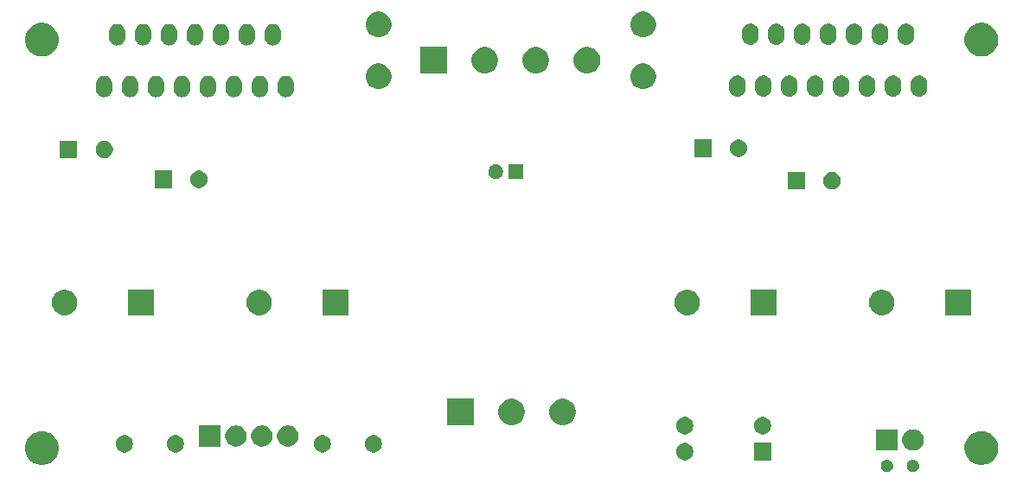
<source format=gbr>
G04 #@! TF.GenerationSoftware,KiCad,Pcbnew,5.1.5+dfsg1-2build2*
G04 #@! TF.CreationDate,2021-11-20T21:58:27+10:30*
G04 #@! TF.ProjectId,tda7293,74646137-3239-4332-9e6b-696361645f70,rev?*
G04 #@! TF.SameCoordinates,Original*
G04 #@! TF.FileFunction,Soldermask,Bot*
G04 #@! TF.FilePolarity,Negative*
%FSLAX46Y46*%
G04 Gerber Fmt 4.6, Leading zero omitted, Abs format (unit mm)*
G04 Created by KiCad (PCBNEW 5.1.5+dfsg1-2build2) date 2021-11-20 21:58:27*
%MOMM*%
%LPD*%
G04 APERTURE LIST*
%ADD10C,0.100000*%
G04 APERTURE END LIST*
D10*
G36*
X114436601Y-70153397D02*
G01*
X114475305Y-70161096D01*
X114507340Y-70174365D01*
X114584680Y-70206400D01*
X114683115Y-70272173D01*
X114766827Y-70355885D01*
X114832600Y-70454320D01*
X114877904Y-70563696D01*
X114901000Y-70679805D01*
X114901000Y-70798195D01*
X114877904Y-70914304D01*
X114832600Y-71023680D01*
X114766827Y-71122115D01*
X114683115Y-71205827D01*
X114584680Y-71271600D01*
X114507340Y-71303635D01*
X114475305Y-71316904D01*
X114436601Y-71324603D01*
X114359195Y-71340000D01*
X114240805Y-71340000D01*
X114163399Y-71324603D01*
X114124695Y-71316904D01*
X114092660Y-71303635D01*
X114015320Y-71271600D01*
X113916885Y-71205827D01*
X113833173Y-71122115D01*
X113767400Y-71023680D01*
X113722096Y-70914304D01*
X113699000Y-70798195D01*
X113699000Y-70679805D01*
X113722096Y-70563696D01*
X113767400Y-70454320D01*
X113833173Y-70355885D01*
X113916885Y-70272173D01*
X114015320Y-70206400D01*
X114092660Y-70174365D01*
X114124695Y-70161096D01*
X114163399Y-70153397D01*
X114240805Y-70138000D01*
X114359195Y-70138000D01*
X114436601Y-70153397D01*
G37*
G36*
X111896601Y-70153397D02*
G01*
X111935305Y-70161096D01*
X111967340Y-70174365D01*
X112044680Y-70206400D01*
X112143115Y-70272173D01*
X112226827Y-70355885D01*
X112292600Y-70454320D01*
X112337904Y-70563696D01*
X112361000Y-70679805D01*
X112361000Y-70798195D01*
X112337904Y-70914304D01*
X112292600Y-71023680D01*
X112226827Y-71122115D01*
X112143115Y-71205827D01*
X112044680Y-71271600D01*
X111967340Y-71303635D01*
X111935305Y-71316904D01*
X111896601Y-71324603D01*
X111819195Y-71340000D01*
X111700805Y-71340000D01*
X111623399Y-71324603D01*
X111584695Y-71316904D01*
X111552660Y-71303635D01*
X111475320Y-71271600D01*
X111376885Y-71205827D01*
X111293173Y-71122115D01*
X111227400Y-71023680D01*
X111182096Y-70914304D01*
X111159000Y-70798195D01*
X111159000Y-70679805D01*
X111182096Y-70563696D01*
X111227400Y-70454320D01*
X111293173Y-70355885D01*
X111376885Y-70272173D01*
X111475320Y-70206400D01*
X111552660Y-70174365D01*
X111584695Y-70161096D01*
X111623399Y-70153397D01*
X111700805Y-70138000D01*
X111819195Y-70138000D01*
X111896601Y-70153397D01*
G37*
G36*
X121333695Y-67383031D02*
G01*
X121481579Y-67412447D01*
X121694037Y-67500450D01*
X121763813Y-67529352D01*
X121782042Y-67536903D01*
X122052451Y-67717585D01*
X122282415Y-67947549D01*
X122463097Y-68217958D01*
X122587553Y-68518421D01*
X122588604Y-68523705D01*
X122651000Y-68837389D01*
X122651000Y-69162611D01*
X122631989Y-69258184D01*
X122587553Y-69481579D01*
X122463097Y-69782042D01*
X122282415Y-70052451D01*
X122052451Y-70282415D01*
X121782042Y-70463097D01*
X121481579Y-70587553D01*
X121375256Y-70608702D01*
X121162611Y-70651000D01*
X120837389Y-70651000D01*
X120624744Y-70608702D01*
X120518421Y-70587553D01*
X120217958Y-70463097D01*
X119947549Y-70282415D01*
X119717585Y-70052451D01*
X119536903Y-69782042D01*
X119412447Y-69481579D01*
X119368011Y-69258184D01*
X119349000Y-69162611D01*
X119349000Y-68837389D01*
X119411396Y-68523705D01*
X119412447Y-68518421D01*
X119536903Y-68217958D01*
X119717585Y-67947549D01*
X119947549Y-67717585D01*
X120217958Y-67536903D01*
X120236188Y-67529352D01*
X120305963Y-67500450D01*
X120518421Y-67412447D01*
X120666305Y-67383031D01*
X120837389Y-67349000D01*
X121162611Y-67349000D01*
X121333695Y-67383031D01*
G37*
G36*
X29333695Y-67383031D02*
G01*
X29481579Y-67412447D01*
X29694037Y-67500450D01*
X29763813Y-67529352D01*
X29782042Y-67536903D01*
X30052451Y-67717585D01*
X30282415Y-67947549D01*
X30463097Y-68217958D01*
X30587553Y-68518421D01*
X30588604Y-68523705D01*
X30651000Y-68837389D01*
X30651000Y-69162611D01*
X30631989Y-69258184D01*
X30587553Y-69481579D01*
X30463097Y-69782042D01*
X30282415Y-70052451D01*
X30052451Y-70282415D01*
X29782042Y-70463097D01*
X29481579Y-70587553D01*
X29375256Y-70608702D01*
X29162611Y-70651000D01*
X28837389Y-70651000D01*
X28624744Y-70608702D01*
X28518421Y-70587553D01*
X28217958Y-70463097D01*
X27947549Y-70282415D01*
X27717585Y-70052451D01*
X27536903Y-69782042D01*
X27412447Y-69481579D01*
X27368011Y-69258184D01*
X27349000Y-69162611D01*
X27349000Y-68837389D01*
X27411396Y-68523705D01*
X27412447Y-68518421D01*
X27536903Y-68217958D01*
X27717585Y-67947549D01*
X27947549Y-67717585D01*
X28217958Y-67536903D01*
X28236188Y-67529352D01*
X28305963Y-67500450D01*
X28518421Y-67412447D01*
X28666305Y-67383031D01*
X28837389Y-67349000D01*
X29162611Y-67349000D01*
X29333695Y-67383031D01*
G37*
G36*
X100419000Y-70193000D02*
G01*
X98717000Y-70193000D01*
X98717000Y-68491000D01*
X100419000Y-68491000D01*
X100419000Y-70193000D01*
G37*
G36*
X92196228Y-68523703D02*
G01*
X92351100Y-68587853D01*
X92490481Y-68680985D01*
X92609015Y-68799519D01*
X92702147Y-68938900D01*
X92766297Y-69093772D01*
X92799000Y-69258184D01*
X92799000Y-69425816D01*
X92766297Y-69590228D01*
X92702147Y-69745100D01*
X92609015Y-69884481D01*
X92490481Y-70003015D01*
X92351100Y-70096147D01*
X92196228Y-70160297D01*
X92031816Y-70193000D01*
X91864184Y-70193000D01*
X91699772Y-70160297D01*
X91544900Y-70096147D01*
X91405519Y-70003015D01*
X91286985Y-69884481D01*
X91193853Y-69745100D01*
X91129703Y-69590228D01*
X91097000Y-69425816D01*
X91097000Y-69258184D01*
X91129703Y-69093772D01*
X91193853Y-68938900D01*
X91286985Y-68799519D01*
X91405519Y-68680985D01*
X91544900Y-68587853D01*
X91699772Y-68523703D01*
X91864184Y-68491000D01*
X92031816Y-68491000D01*
X92196228Y-68523703D01*
G37*
G36*
X56716228Y-67761703D02*
G01*
X56871100Y-67825853D01*
X57010481Y-67918985D01*
X57129015Y-68037519D01*
X57222147Y-68176900D01*
X57286297Y-68331772D01*
X57319000Y-68496184D01*
X57319000Y-68663816D01*
X57286297Y-68828228D01*
X57222147Y-68983100D01*
X57129015Y-69122481D01*
X57010481Y-69241015D01*
X56871100Y-69334147D01*
X56716228Y-69398297D01*
X56551816Y-69431000D01*
X56384184Y-69431000D01*
X56219772Y-69398297D01*
X56064900Y-69334147D01*
X55925519Y-69241015D01*
X55806985Y-69122481D01*
X55713853Y-68983100D01*
X55649703Y-68828228D01*
X55617000Y-68663816D01*
X55617000Y-68496184D01*
X55649703Y-68331772D01*
X55713853Y-68176900D01*
X55806985Y-68037519D01*
X55925519Y-67918985D01*
X56064900Y-67825853D01*
X56219772Y-67761703D01*
X56384184Y-67729000D01*
X56551816Y-67729000D01*
X56716228Y-67761703D01*
G37*
G36*
X61716228Y-67761703D02*
G01*
X61871100Y-67825853D01*
X62010481Y-67918985D01*
X62129015Y-68037519D01*
X62222147Y-68176900D01*
X62286297Y-68331772D01*
X62319000Y-68496184D01*
X62319000Y-68663816D01*
X62286297Y-68828228D01*
X62222147Y-68983100D01*
X62129015Y-69122481D01*
X62010481Y-69241015D01*
X61871100Y-69334147D01*
X61716228Y-69398297D01*
X61551816Y-69431000D01*
X61384184Y-69431000D01*
X61219772Y-69398297D01*
X61064900Y-69334147D01*
X60925519Y-69241015D01*
X60806985Y-69122481D01*
X60713853Y-68983100D01*
X60649703Y-68828228D01*
X60617000Y-68663816D01*
X60617000Y-68496184D01*
X60649703Y-68331772D01*
X60713853Y-68176900D01*
X60806985Y-68037519D01*
X60925519Y-67918985D01*
X61064900Y-67825853D01*
X61219772Y-67761703D01*
X61384184Y-67729000D01*
X61551816Y-67729000D01*
X61716228Y-67761703D01*
G37*
G36*
X37332228Y-67761703D02*
G01*
X37487100Y-67825853D01*
X37626481Y-67918985D01*
X37745015Y-68037519D01*
X37838147Y-68176900D01*
X37902297Y-68331772D01*
X37935000Y-68496184D01*
X37935000Y-68663816D01*
X37902297Y-68828228D01*
X37838147Y-68983100D01*
X37745015Y-69122481D01*
X37626481Y-69241015D01*
X37487100Y-69334147D01*
X37332228Y-69398297D01*
X37167816Y-69431000D01*
X37000184Y-69431000D01*
X36835772Y-69398297D01*
X36680900Y-69334147D01*
X36541519Y-69241015D01*
X36422985Y-69122481D01*
X36329853Y-68983100D01*
X36265703Y-68828228D01*
X36233000Y-68663816D01*
X36233000Y-68496184D01*
X36265703Y-68331772D01*
X36329853Y-68176900D01*
X36422985Y-68037519D01*
X36541519Y-67918985D01*
X36680900Y-67825853D01*
X36835772Y-67761703D01*
X37000184Y-67729000D01*
X37167816Y-67729000D01*
X37332228Y-67761703D01*
G37*
G36*
X42332228Y-67761703D02*
G01*
X42487100Y-67825853D01*
X42626481Y-67918985D01*
X42745015Y-68037519D01*
X42838147Y-68176900D01*
X42902297Y-68331772D01*
X42935000Y-68496184D01*
X42935000Y-68663816D01*
X42902297Y-68828228D01*
X42838147Y-68983100D01*
X42745015Y-69122481D01*
X42626481Y-69241015D01*
X42487100Y-69334147D01*
X42332228Y-69398297D01*
X42167816Y-69431000D01*
X42000184Y-69431000D01*
X41835772Y-69398297D01*
X41680900Y-69334147D01*
X41541519Y-69241015D01*
X41422985Y-69122481D01*
X41329853Y-68983100D01*
X41265703Y-68828228D01*
X41233000Y-68663816D01*
X41233000Y-68496184D01*
X41265703Y-68331772D01*
X41329853Y-68176900D01*
X41422985Y-68037519D01*
X41541519Y-67918985D01*
X41680900Y-67825853D01*
X41835772Y-67761703D01*
X42000184Y-67729000D01*
X42167816Y-67729000D01*
X42332228Y-67761703D01*
G37*
G36*
X112810490Y-69249490D02*
G01*
X110709510Y-69249490D01*
X110709510Y-67148510D01*
X112810490Y-67148510D01*
X112810490Y-69249490D01*
G37*
G36*
X114606416Y-67188879D02*
G01*
X114797592Y-67268067D01*
X114797594Y-67268068D01*
X114969648Y-67383031D01*
X115115969Y-67529352D01*
X115176737Y-67620297D01*
X115230933Y-67701408D01*
X115310121Y-67892584D01*
X115350490Y-68095534D01*
X115350490Y-68302466D01*
X115310121Y-68505416D01*
X115230933Y-68696592D01*
X115230932Y-68696594D01*
X115115969Y-68868648D01*
X114969648Y-69014969D01*
X114797594Y-69129932D01*
X114797593Y-69129933D01*
X114797592Y-69129933D01*
X114606416Y-69209121D01*
X114403466Y-69249490D01*
X114196534Y-69249490D01*
X113993584Y-69209121D01*
X113802408Y-69129933D01*
X113802407Y-69129933D01*
X113802406Y-69129932D01*
X113630352Y-69014969D01*
X113484031Y-68868648D01*
X113369068Y-68696594D01*
X113369067Y-68696592D01*
X113289879Y-68505416D01*
X113249510Y-68302466D01*
X113249510Y-68095534D01*
X113289879Y-67892584D01*
X113369067Y-67701408D01*
X113423264Y-67620297D01*
X113484031Y-67529352D01*
X113630352Y-67383031D01*
X113802406Y-67268068D01*
X113802408Y-67268067D01*
X113993584Y-67188879D01*
X114196534Y-67148510D01*
X114403466Y-67148510D01*
X114606416Y-67188879D01*
G37*
G36*
X48312416Y-66807879D02*
G01*
X48503592Y-66887067D01*
X48503594Y-66887068D01*
X48675648Y-67002031D01*
X48821969Y-67148352D01*
X48936933Y-67320408D01*
X49016121Y-67511584D01*
X49056490Y-67714534D01*
X49056490Y-67921466D01*
X49016121Y-68124416D01*
X48942371Y-68302464D01*
X48936932Y-68315594D01*
X48821969Y-68487648D01*
X48675648Y-68633969D01*
X48503594Y-68748932D01*
X48503593Y-68748933D01*
X48503592Y-68748933D01*
X48312416Y-68828121D01*
X48109466Y-68868490D01*
X47902534Y-68868490D01*
X47699584Y-68828121D01*
X47508408Y-68748933D01*
X47508407Y-68748933D01*
X47508406Y-68748932D01*
X47336352Y-68633969D01*
X47190031Y-68487648D01*
X47075068Y-68315594D01*
X47069629Y-68302464D01*
X46995879Y-68124416D01*
X46955510Y-67921466D01*
X46955510Y-67714534D01*
X46995879Y-67511584D01*
X47075067Y-67320408D01*
X47190031Y-67148352D01*
X47336352Y-67002031D01*
X47508406Y-66887068D01*
X47508408Y-66887067D01*
X47699584Y-66807879D01*
X47902534Y-66767510D01*
X48109466Y-66767510D01*
X48312416Y-66807879D01*
G37*
G36*
X53392416Y-66807879D02*
G01*
X53583592Y-66887067D01*
X53583594Y-66887068D01*
X53755648Y-67002031D01*
X53901969Y-67148352D01*
X54016933Y-67320408D01*
X54096121Y-67511584D01*
X54136490Y-67714534D01*
X54136490Y-67921466D01*
X54096121Y-68124416D01*
X54022371Y-68302464D01*
X54016932Y-68315594D01*
X53901969Y-68487648D01*
X53755648Y-68633969D01*
X53583594Y-68748932D01*
X53583593Y-68748933D01*
X53583592Y-68748933D01*
X53392416Y-68828121D01*
X53189466Y-68868490D01*
X52982534Y-68868490D01*
X52779584Y-68828121D01*
X52588408Y-68748933D01*
X52588407Y-68748933D01*
X52588406Y-68748932D01*
X52416352Y-68633969D01*
X52270031Y-68487648D01*
X52155068Y-68315594D01*
X52149629Y-68302464D01*
X52075879Y-68124416D01*
X52035510Y-67921466D01*
X52035510Y-67714534D01*
X52075879Y-67511584D01*
X52155067Y-67320408D01*
X52270031Y-67148352D01*
X52416352Y-67002031D01*
X52588406Y-66887068D01*
X52588408Y-66887067D01*
X52779584Y-66807879D01*
X52982534Y-66767510D01*
X53189466Y-66767510D01*
X53392416Y-66807879D01*
G37*
G36*
X46516490Y-68868490D02*
G01*
X44415510Y-68868490D01*
X44415510Y-66767510D01*
X46516490Y-66767510D01*
X46516490Y-68868490D01*
G37*
G36*
X50852416Y-66807879D02*
G01*
X51043592Y-66887067D01*
X51043594Y-66887068D01*
X51215648Y-67002031D01*
X51361969Y-67148352D01*
X51476933Y-67320408D01*
X51556121Y-67511584D01*
X51596490Y-67714534D01*
X51596490Y-67921466D01*
X51556121Y-68124416D01*
X51482371Y-68302464D01*
X51476932Y-68315594D01*
X51361969Y-68487648D01*
X51215648Y-68633969D01*
X51043594Y-68748932D01*
X51043593Y-68748933D01*
X51043592Y-68748933D01*
X50852416Y-68828121D01*
X50649466Y-68868490D01*
X50442534Y-68868490D01*
X50239584Y-68828121D01*
X50048408Y-68748933D01*
X50048407Y-68748933D01*
X50048406Y-68748932D01*
X49876352Y-68633969D01*
X49730031Y-68487648D01*
X49615068Y-68315594D01*
X49609629Y-68302464D01*
X49535879Y-68124416D01*
X49495510Y-67921466D01*
X49495510Y-67714534D01*
X49535879Y-67511584D01*
X49615067Y-67320408D01*
X49730031Y-67148352D01*
X49876352Y-67002031D01*
X50048406Y-66887068D01*
X50048408Y-66887067D01*
X50239584Y-66807879D01*
X50442534Y-66767510D01*
X50649466Y-66767510D01*
X50852416Y-66807879D01*
G37*
G36*
X99816228Y-65983703D02*
G01*
X99971100Y-66047853D01*
X100110481Y-66140985D01*
X100229015Y-66259519D01*
X100322147Y-66398900D01*
X100386297Y-66553772D01*
X100419000Y-66718184D01*
X100419000Y-66885816D01*
X100386297Y-67050228D01*
X100322147Y-67205100D01*
X100229015Y-67344481D01*
X100110481Y-67463015D01*
X99971100Y-67556147D01*
X99816228Y-67620297D01*
X99651816Y-67653000D01*
X99484184Y-67653000D01*
X99319772Y-67620297D01*
X99164900Y-67556147D01*
X99025519Y-67463015D01*
X98906985Y-67344481D01*
X98813853Y-67205100D01*
X98749703Y-67050228D01*
X98717000Y-66885816D01*
X98717000Y-66718184D01*
X98749703Y-66553772D01*
X98813853Y-66398900D01*
X98906985Y-66259519D01*
X99025519Y-66140985D01*
X99164900Y-66047853D01*
X99319772Y-65983703D01*
X99484184Y-65951000D01*
X99651816Y-65951000D01*
X99816228Y-65983703D01*
G37*
G36*
X92196228Y-65983703D02*
G01*
X92351100Y-66047853D01*
X92490481Y-66140985D01*
X92609015Y-66259519D01*
X92702147Y-66398900D01*
X92766297Y-66553772D01*
X92799000Y-66718184D01*
X92799000Y-66885816D01*
X92766297Y-67050228D01*
X92702147Y-67205100D01*
X92609015Y-67344481D01*
X92490481Y-67463015D01*
X92351100Y-67556147D01*
X92196228Y-67620297D01*
X92031816Y-67653000D01*
X91864184Y-67653000D01*
X91699772Y-67620297D01*
X91544900Y-67556147D01*
X91405519Y-67463015D01*
X91286985Y-67344481D01*
X91193853Y-67205100D01*
X91129703Y-67050228D01*
X91097000Y-66885816D01*
X91097000Y-66718184D01*
X91129703Y-66553772D01*
X91193853Y-66398900D01*
X91286985Y-66259519D01*
X91405519Y-66140985D01*
X91544900Y-66047853D01*
X91699772Y-65983703D01*
X91864184Y-65951000D01*
X92031816Y-65951000D01*
X92196228Y-65983703D01*
G37*
G36*
X80379487Y-64208996D02*
G01*
X80616253Y-64307068D01*
X80616255Y-64307069D01*
X80829339Y-64449447D01*
X81010553Y-64630661D01*
X81152932Y-64843747D01*
X81251004Y-65080513D01*
X81301000Y-65331861D01*
X81301000Y-65588139D01*
X81251004Y-65839487D01*
X81152932Y-66076253D01*
X81152931Y-66076255D01*
X81010553Y-66289339D01*
X80829339Y-66470553D01*
X80616255Y-66612931D01*
X80616254Y-66612932D01*
X80616253Y-66612932D01*
X80379487Y-66711004D01*
X80128139Y-66761000D01*
X79871861Y-66761000D01*
X79620513Y-66711004D01*
X79383747Y-66612932D01*
X79383746Y-66612932D01*
X79383745Y-66612931D01*
X79170661Y-66470553D01*
X78989447Y-66289339D01*
X78847069Y-66076255D01*
X78847068Y-66076253D01*
X78748996Y-65839487D01*
X78699000Y-65588139D01*
X78699000Y-65331861D01*
X78748996Y-65080513D01*
X78847068Y-64843747D01*
X78989447Y-64630661D01*
X79170661Y-64449447D01*
X79383745Y-64307069D01*
X79383747Y-64307068D01*
X79620513Y-64208996D01*
X79871861Y-64159000D01*
X80128139Y-64159000D01*
X80379487Y-64208996D01*
G37*
G36*
X75379487Y-64208996D02*
G01*
X75616253Y-64307068D01*
X75616255Y-64307069D01*
X75829339Y-64449447D01*
X76010553Y-64630661D01*
X76152932Y-64843747D01*
X76251004Y-65080513D01*
X76301000Y-65331861D01*
X76301000Y-65588139D01*
X76251004Y-65839487D01*
X76152932Y-66076253D01*
X76152931Y-66076255D01*
X76010553Y-66289339D01*
X75829339Y-66470553D01*
X75616255Y-66612931D01*
X75616254Y-66612932D01*
X75616253Y-66612932D01*
X75379487Y-66711004D01*
X75128139Y-66761000D01*
X74871861Y-66761000D01*
X74620513Y-66711004D01*
X74383747Y-66612932D01*
X74383746Y-66612932D01*
X74383745Y-66612931D01*
X74170661Y-66470553D01*
X73989447Y-66289339D01*
X73847069Y-66076255D01*
X73847068Y-66076253D01*
X73748996Y-65839487D01*
X73699000Y-65588139D01*
X73699000Y-65331861D01*
X73748996Y-65080513D01*
X73847068Y-64843747D01*
X73989447Y-64630661D01*
X74170661Y-64449447D01*
X74383745Y-64307069D01*
X74383747Y-64307068D01*
X74620513Y-64208996D01*
X74871861Y-64159000D01*
X75128139Y-64159000D01*
X75379487Y-64208996D01*
G37*
G36*
X71301000Y-66761000D02*
G01*
X68699000Y-66761000D01*
X68699000Y-64159000D01*
X71301000Y-64159000D01*
X71301000Y-66761000D01*
G37*
G36*
X92559903Y-53534075D02*
G01*
X92787571Y-53628378D01*
X92992466Y-53765285D01*
X93166715Y-53939534D01*
X93303622Y-54144429D01*
X93397925Y-54372097D01*
X93446000Y-54613787D01*
X93446000Y-54860213D01*
X93397925Y-55101903D01*
X93303622Y-55329571D01*
X93166715Y-55534466D01*
X92992466Y-55708715D01*
X92787571Y-55845622D01*
X92787570Y-55845623D01*
X92787569Y-55845623D01*
X92559903Y-55939925D01*
X92318214Y-55988000D01*
X92071786Y-55988000D01*
X91830097Y-55939925D01*
X91602431Y-55845623D01*
X91602430Y-55845623D01*
X91602429Y-55845622D01*
X91397534Y-55708715D01*
X91223285Y-55534466D01*
X91086378Y-55329571D01*
X90992075Y-55101903D01*
X90944000Y-54860213D01*
X90944000Y-54613787D01*
X90992075Y-54372097D01*
X91086378Y-54144429D01*
X91223285Y-53939534D01*
X91397534Y-53765285D01*
X91602429Y-53628378D01*
X91830097Y-53534075D01*
X92071786Y-53486000D01*
X92318214Y-53486000D01*
X92559903Y-53534075D01*
G37*
G36*
X50649903Y-53534075D02*
G01*
X50877571Y-53628378D01*
X51082466Y-53765285D01*
X51256715Y-53939534D01*
X51393622Y-54144429D01*
X51487925Y-54372097D01*
X51536000Y-54613787D01*
X51536000Y-54860213D01*
X51487925Y-55101903D01*
X51393622Y-55329571D01*
X51256715Y-55534466D01*
X51082466Y-55708715D01*
X50877571Y-55845622D01*
X50877570Y-55845623D01*
X50877569Y-55845623D01*
X50649903Y-55939925D01*
X50408214Y-55988000D01*
X50161786Y-55988000D01*
X49920097Y-55939925D01*
X49692431Y-55845623D01*
X49692430Y-55845623D01*
X49692429Y-55845622D01*
X49487534Y-55708715D01*
X49313285Y-55534466D01*
X49176378Y-55329571D01*
X49082075Y-55101903D01*
X49034000Y-54860213D01*
X49034000Y-54613787D01*
X49082075Y-54372097D01*
X49176378Y-54144429D01*
X49313285Y-53939534D01*
X49487534Y-53765285D01*
X49692429Y-53628378D01*
X49920097Y-53534075D01*
X50161786Y-53486000D01*
X50408214Y-53486000D01*
X50649903Y-53534075D01*
G37*
G36*
X59036000Y-55988000D02*
G01*
X56534000Y-55988000D01*
X56534000Y-53486000D01*
X59036000Y-53486000D01*
X59036000Y-55988000D01*
G37*
G36*
X39986000Y-55988000D02*
G01*
X37484000Y-55988000D01*
X37484000Y-53486000D01*
X39986000Y-53486000D01*
X39986000Y-55988000D01*
G37*
G36*
X100946000Y-55988000D02*
G01*
X98444000Y-55988000D01*
X98444000Y-53486000D01*
X100946000Y-53486000D01*
X100946000Y-55988000D01*
G37*
G36*
X119996000Y-55988000D02*
G01*
X117494000Y-55988000D01*
X117494000Y-53486000D01*
X119996000Y-53486000D01*
X119996000Y-55988000D01*
G37*
G36*
X111609903Y-53534075D02*
G01*
X111837571Y-53628378D01*
X112042466Y-53765285D01*
X112216715Y-53939534D01*
X112353622Y-54144429D01*
X112447925Y-54372097D01*
X112496000Y-54613787D01*
X112496000Y-54860213D01*
X112447925Y-55101903D01*
X112353622Y-55329571D01*
X112216715Y-55534466D01*
X112042466Y-55708715D01*
X111837571Y-55845622D01*
X111837570Y-55845623D01*
X111837569Y-55845623D01*
X111609903Y-55939925D01*
X111368214Y-55988000D01*
X111121786Y-55988000D01*
X110880097Y-55939925D01*
X110652431Y-55845623D01*
X110652430Y-55845623D01*
X110652429Y-55845622D01*
X110447534Y-55708715D01*
X110273285Y-55534466D01*
X110136378Y-55329571D01*
X110042075Y-55101903D01*
X109994000Y-54860213D01*
X109994000Y-54613787D01*
X110042075Y-54372097D01*
X110136378Y-54144429D01*
X110273285Y-53939534D01*
X110447534Y-53765285D01*
X110652429Y-53628378D01*
X110880097Y-53534075D01*
X111121786Y-53486000D01*
X111368214Y-53486000D01*
X111609903Y-53534075D01*
G37*
G36*
X31599903Y-53534075D02*
G01*
X31827571Y-53628378D01*
X32032466Y-53765285D01*
X32206715Y-53939534D01*
X32343622Y-54144429D01*
X32437925Y-54372097D01*
X32486000Y-54613787D01*
X32486000Y-54860213D01*
X32437925Y-55101903D01*
X32343622Y-55329571D01*
X32206715Y-55534466D01*
X32032466Y-55708715D01*
X31827571Y-55845622D01*
X31827570Y-55845623D01*
X31827569Y-55845623D01*
X31599903Y-55939925D01*
X31358214Y-55988000D01*
X31111786Y-55988000D01*
X30870097Y-55939925D01*
X30642431Y-55845623D01*
X30642430Y-55845623D01*
X30642429Y-55845622D01*
X30437534Y-55708715D01*
X30263285Y-55534466D01*
X30126378Y-55329571D01*
X30032075Y-55101903D01*
X29984000Y-54860213D01*
X29984000Y-54613787D01*
X30032075Y-54372097D01*
X30126378Y-54144429D01*
X30263285Y-53939534D01*
X30437534Y-53765285D01*
X30642429Y-53628378D01*
X30870097Y-53534075D01*
X31111786Y-53486000D01*
X31358214Y-53486000D01*
X31599903Y-53534075D01*
G37*
G36*
X103721000Y-43650000D02*
G01*
X102019000Y-43650000D01*
X102019000Y-41948000D01*
X103721000Y-41948000D01*
X103721000Y-43650000D01*
G37*
G36*
X106618228Y-41980703D02*
G01*
X106773100Y-42044853D01*
X106912481Y-42137985D01*
X107031015Y-42256519D01*
X107124147Y-42395900D01*
X107188297Y-42550772D01*
X107221000Y-42715184D01*
X107221000Y-42882816D01*
X107188297Y-43047228D01*
X107124147Y-43202100D01*
X107031015Y-43341481D01*
X106912481Y-43460015D01*
X106773100Y-43553147D01*
X106618228Y-43617297D01*
X106453816Y-43650000D01*
X106286184Y-43650000D01*
X106121772Y-43617297D01*
X105966900Y-43553147D01*
X105827519Y-43460015D01*
X105708985Y-43341481D01*
X105615853Y-43202100D01*
X105551703Y-43047228D01*
X105519000Y-42882816D01*
X105519000Y-42715184D01*
X105551703Y-42550772D01*
X105615853Y-42395900D01*
X105708985Y-42256519D01*
X105827519Y-42137985D01*
X105966900Y-42044853D01*
X106121772Y-41980703D01*
X106286184Y-41948000D01*
X106453816Y-41948000D01*
X106618228Y-41980703D01*
G37*
G36*
X41745000Y-43523000D02*
G01*
X40043000Y-43523000D01*
X40043000Y-41821000D01*
X41745000Y-41821000D01*
X41745000Y-43523000D01*
G37*
G36*
X44642228Y-41853703D02*
G01*
X44797100Y-41917853D01*
X44936481Y-42010985D01*
X45055015Y-42129519D01*
X45148147Y-42268900D01*
X45212297Y-42423772D01*
X45245000Y-42588184D01*
X45245000Y-42755816D01*
X45212297Y-42920228D01*
X45148147Y-43075100D01*
X45055015Y-43214481D01*
X44936481Y-43333015D01*
X44797100Y-43426147D01*
X44642228Y-43490297D01*
X44477816Y-43523000D01*
X44310184Y-43523000D01*
X44145772Y-43490297D01*
X43990900Y-43426147D01*
X43851519Y-43333015D01*
X43732985Y-43214481D01*
X43639853Y-43075100D01*
X43575703Y-42920228D01*
X43543000Y-42755816D01*
X43543000Y-42588184D01*
X43575703Y-42423772D01*
X43639853Y-42268900D01*
X43732985Y-42129519D01*
X43851519Y-42010985D01*
X43990900Y-41917853D01*
X44145772Y-41853703D01*
X44310184Y-41821000D01*
X44477816Y-41821000D01*
X44642228Y-41853703D01*
G37*
G36*
X76164000Y-42652000D02*
G01*
X74712000Y-42652000D01*
X74712000Y-41200000D01*
X76164000Y-41200000D01*
X76164000Y-42652000D01*
G37*
G36*
X73649766Y-41227899D02*
G01*
X73781888Y-41282626D01*
X73781890Y-41282627D01*
X73900798Y-41362079D01*
X74001921Y-41463202D01*
X74001922Y-41463204D01*
X74081374Y-41582112D01*
X74136101Y-41714234D01*
X74164000Y-41854494D01*
X74164000Y-41997506D01*
X74136101Y-42137766D01*
X74086911Y-42256520D01*
X74081373Y-42269890D01*
X74001921Y-42388798D01*
X73900798Y-42489921D01*
X73781890Y-42569373D01*
X73781889Y-42569374D01*
X73781888Y-42569374D01*
X73649766Y-42624101D01*
X73509506Y-42652000D01*
X73366494Y-42652000D01*
X73226234Y-42624101D01*
X73094112Y-42569374D01*
X73094111Y-42569374D01*
X73094110Y-42569373D01*
X72975202Y-42489921D01*
X72874079Y-42388798D01*
X72794627Y-42269890D01*
X72789089Y-42256520D01*
X72739899Y-42137766D01*
X72712000Y-41997506D01*
X72712000Y-41854494D01*
X72739899Y-41714234D01*
X72794626Y-41582112D01*
X72874078Y-41463204D01*
X72874079Y-41463202D01*
X72975202Y-41362079D01*
X73094110Y-41282627D01*
X73094112Y-41282626D01*
X73226234Y-41227899D01*
X73366494Y-41200000D01*
X73509506Y-41200000D01*
X73649766Y-41227899D01*
G37*
G36*
X35371228Y-38932703D02*
G01*
X35526100Y-38996853D01*
X35665481Y-39089985D01*
X35784015Y-39208519D01*
X35877147Y-39347900D01*
X35941297Y-39502772D01*
X35974000Y-39667184D01*
X35974000Y-39834816D01*
X35941297Y-39999228D01*
X35877147Y-40154100D01*
X35784015Y-40293481D01*
X35665481Y-40412015D01*
X35526100Y-40505147D01*
X35371228Y-40569297D01*
X35206816Y-40602000D01*
X35039184Y-40602000D01*
X34874772Y-40569297D01*
X34719900Y-40505147D01*
X34580519Y-40412015D01*
X34461985Y-40293481D01*
X34368853Y-40154100D01*
X34304703Y-39999228D01*
X34272000Y-39834816D01*
X34272000Y-39667184D01*
X34304703Y-39502772D01*
X34368853Y-39347900D01*
X34461985Y-39208519D01*
X34580519Y-39089985D01*
X34719900Y-38996853D01*
X34874772Y-38932703D01*
X35039184Y-38900000D01*
X35206816Y-38900000D01*
X35371228Y-38932703D01*
G37*
G36*
X32474000Y-40602000D02*
G01*
X30772000Y-40602000D01*
X30772000Y-38900000D01*
X32474000Y-38900000D01*
X32474000Y-40602000D01*
G37*
G36*
X97474228Y-38805703D02*
G01*
X97629100Y-38869853D01*
X97768481Y-38962985D01*
X97887015Y-39081519D01*
X97980147Y-39220900D01*
X98044297Y-39375772D01*
X98077000Y-39540184D01*
X98077000Y-39707816D01*
X98044297Y-39872228D01*
X97980147Y-40027100D01*
X97887015Y-40166481D01*
X97768481Y-40285015D01*
X97629100Y-40378147D01*
X97474228Y-40442297D01*
X97309816Y-40475000D01*
X97142184Y-40475000D01*
X96977772Y-40442297D01*
X96822900Y-40378147D01*
X96683519Y-40285015D01*
X96564985Y-40166481D01*
X96471853Y-40027100D01*
X96407703Y-39872228D01*
X96375000Y-39707816D01*
X96375000Y-39540184D01*
X96407703Y-39375772D01*
X96471853Y-39220900D01*
X96564985Y-39081519D01*
X96683519Y-38962985D01*
X96822900Y-38869853D01*
X96977772Y-38805703D01*
X97142184Y-38773000D01*
X97309816Y-38773000D01*
X97474228Y-38805703D01*
G37*
G36*
X94577000Y-40475000D02*
G01*
X92875000Y-40475000D01*
X92875000Y-38773000D01*
X94577000Y-38773000D01*
X94577000Y-40475000D01*
G37*
G36*
X40347022Y-32548590D02*
G01*
X40447681Y-32579125D01*
X40498012Y-32594392D01*
X40637164Y-32668771D01*
X40759133Y-32768867D01*
X40809989Y-32830836D01*
X40859229Y-32890835D01*
X40933608Y-33029987D01*
X40948875Y-33080318D01*
X40979410Y-33180977D01*
X40991000Y-33298655D01*
X40991000Y-33877345D01*
X40979410Y-33995023D01*
X40951809Y-34086012D01*
X40933608Y-34146013D01*
X40859229Y-34285165D01*
X40759133Y-34407133D01*
X40637165Y-34507229D01*
X40498013Y-34581608D01*
X40447682Y-34596875D01*
X40347023Y-34627410D01*
X40190000Y-34642875D01*
X40032978Y-34627410D01*
X39932319Y-34596875D01*
X39881988Y-34581608D01*
X39742836Y-34507229D01*
X39620868Y-34407133D01*
X39520771Y-34285165D01*
X39465607Y-34181961D01*
X39446392Y-34146013D01*
X39428191Y-34086012D01*
X39400590Y-33995023D01*
X39389000Y-33877345D01*
X39389000Y-33298656D01*
X39400590Y-33180978D01*
X39446392Y-33029989D01*
X39446392Y-33029988D01*
X39520771Y-32890836D01*
X39520772Y-32890835D01*
X39620867Y-32768867D01*
X39742835Y-32668771D01*
X39881987Y-32594392D01*
X39932318Y-32579125D01*
X40032977Y-32548590D01*
X40190000Y-32533125D01*
X40347022Y-32548590D01*
G37*
G36*
X53047022Y-32548590D02*
G01*
X53147681Y-32579125D01*
X53198012Y-32594392D01*
X53337164Y-32668771D01*
X53459133Y-32768867D01*
X53509989Y-32830836D01*
X53559229Y-32890835D01*
X53633608Y-33029987D01*
X53648875Y-33080318D01*
X53679410Y-33180977D01*
X53691000Y-33298655D01*
X53691000Y-33877345D01*
X53679410Y-33995023D01*
X53651809Y-34086012D01*
X53633608Y-34146013D01*
X53559229Y-34285165D01*
X53459133Y-34407133D01*
X53337165Y-34507229D01*
X53198013Y-34581608D01*
X53147682Y-34596875D01*
X53047023Y-34627410D01*
X52890000Y-34642875D01*
X52732978Y-34627410D01*
X52632319Y-34596875D01*
X52581988Y-34581608D01*
X52442836Y-34507229D01*
X52320868Y-34407133D01*
X52220771Y-34285165D01*
X52165607Y-34181961D01*
X52146392Y-34146013D01*
X52128191Y-34086012D01*
X52100590Y-33995023D01*
X52089000Y-33877345D01*
X52089000Y-33298656D01*
X52100590Y-33180978D01*
X52146392Y-33029989D01*
X52146392Y-33029988D01*
X52220771Y-32890836D01*
X52220772Y-32890835D01*
X52320867Y-32768867D01*
X52442835Y-32668771D01*
X52581987Y-32594392D01*
X52632318Y-32579125D01*
X52732977Y-32548590D01*
X52890000Y-32533125D01*
X53047022Y-32548590D01*
G37*
G36*
X50507022Y-32548590D02*
G01*
X50607681Y-32579125D01*
X50658012Y-32594392D01*
X50797164Y-32668771D01*
X50919133Y-32768867D01*
X50969989Y-32830836D01*
X51019229Y-32890835D01*
X51093608Y-33029987D01*
X51108875Y-33080318D01*
X51139410Y-33180977D01*
X51151000Y-33298655D01*
X51151000Y-33877345D01*
X51139410Y-33995023D01*
X51111809Y-34086012D01*
X51093608Y-34146013D01*
X51019229Y-34285165D01*
X50919133Y-34407133D01*
X50797165Y-34507229D01*
X50658013Y-34581608D01*
X50607682Y-34596875D01*
X50507023Y-34627410D01*
X50350000Y-34642875D01*
X50192978Y-34627410D01*
X50092319Y-34596875D01*
X50041988Y-34581608D01*
X49902836Y-34507229D01*
X49780868Y-34407133D01*
X49680771Y-34285165D01*
X49625607Y-34181961D01*
X49606392Y-34146013D01*
X49588191Y-34086012D01*
X49560590Y-33995023D01*
X49549000Y-33877345D01*
X49549000Y-33298656D01*
X49560590Y-33180978D01*
X49606392Y-33029989D01*
X49606392Y-33029988D01*
X49680771Y-32890836D01*
X49680772Y-32890835D01*
X49780867Y-32768867D01*
X49902835Y-32668771D01*
X50041987Y-32594392D01*
X50092318Y-32579125D01*
X50192977Y-32548590D01*
X50350000Y-32533125D01*
X50507022Y-32548590D01*
G37*
G36*
X47967022Y-32548590D02*
G01*
X48067681Y-32579125D01*
X48118012Y-32594392D01*
X48257164Y-32668771D01*
X48379133Y-32768867D01*
X48429989Y-32830836D01*
X48479229Y-32890835D01*
X48553608Y-33029987D01*
X48568875Y-33080318D01*
X48599410Y-33180977D01*
X48611000Y-33298655D01*
X48611000Y-33877345D01*
X48599410Y-33995023D01*
X48571809Y-34086012D01*
X48553608Y-34146013D01*
X48479229Y-34285165D01*
X48379133Y-34407133D01*
X48257165Y-34507229D01*
X48118013Y-34581608D01*
X48067682Y-34596875D01*
X47967023Y-34627410D01*
X47810000Y-34642875D01*
X47652978Y-34627410D01*
X47552319Y-34596875D01*
X47501988Y-34581608D01*
X47362836Y-34507229D01*
X47240868Y-34407133D01*
X47140771Y-34285165D01*
X47085607Y-34181961D01*
X47066392Y-34146013D01*
X47048191Y-34086012D01*
X47020590Y-33995023D01*
X47009000Y-33877345D01*
X47009000Y-33298656D01*
X47020590Y-33180978D01*
X47066392Y-33029989D01*
X47066392Y-33029988D01*
X47140771Y-32890836D01*
X47140772Y-32890835D01*
X47240867Y-32768867D01*
X47362835Y-32668771D01*
X47501987Y-32594392D01*
X47552318Y-32579125D01*
X47652977Y-32548590D01*
X47810000Y-32533125D01*
X47967022Y-32548590D01*
G37*
G36*
X35267022Y-32548590D02*
G01*
X35367681Y-32579125D01*
X35418012Y-32594392D01*
X35557164Y-32668771D01*
X35679133Y-32768867D01*
X35729989Y-32830836D01*
X35779229Y-32890835D01*
X35853608Y-33029987D01*
X35868875Y-33080318D01*
X35899410Y-33180977D01*
X35911000Y-33298655D01*
X35911000Y-33877345D01*
X35899410Y-33995023D01*
X35871809Y-34086012D01*
X35853608Y-34146013D01*
X35779229Y-34285165D01*
X35679133Y-34407133D01*
X35557165Y-34507229D01*
X35418013Y-34581608D01*
X35367682Y-34596875D01*
X35267023Y-34627410D01*
X35110000Y-34642875D01*
X34952978Y-34627410D01*
X34852319Y-34596875D01*
X34801988Y-34581608D01*
X34662836Y-34507229D01*
X34540868Y-34407133D01*
X34440771Y-34285165D01*
X34385607Y-34181961D01*
X34366392Y-34146013D01*
X34348191Y-34086012D01*
X34320590Y-33995023D01*
X34309000Y-33877345D01*
X34309000Y-33298656D01*
X34320590Y-33180978D01*
X34366392Y-33029989D01*
X34366392Y-33029988D01*
X34440771Y-32890836D01*
X34440772Y-32890835D01*
X34540867Y-32768867D01*
X34662835Y-32668771D01*
X34801987Y-32594392D01*
X34852318Y-32579125D01*
X34952977Y-32548590D01*
X35110000Y-32533125D01*
X35267022Y-32548590D01*
G37*
G36*
X42887022Y-32548590D02*
G01*
X42987681Y-32579125D01*
X43038012Y-32594392D01*
X43177164Y-32668771D01*
X43299133Y-32768867D01*
X43349989Y-32830836D01*
X43399229Y-32890835D01*
X43473608Y-33029987D01*
X43488875Y-33080318D01*
X43519410Y-33180977D01*
X43531000Y-33298655D01*
X43531000Y-33877345D01*
X43519410Y-33995023D01*
X43491809Y-34086012D01*
X43473608Y-34146013D01*
X43399229Y-34285165D01*
X43299133Y-34407133D01*
X43177165Y-34507229D01*
X43038013Y-34581608D01*
X42987682Y-34596875D01*
X42887023Y-34627410D01*
X42730000Y-34642875D01*
X42572978Y-34627410D01*
X42472319Y-34596875D01*
X42421988Y-34581608D01*
X42282836Y-34507229D01*
X42160868Y-34407133D01*
X42060771Y-34285165D01*
X42005607Y-34181961D01*
X41986392Y-34146013D01*
X41968191Y-34086012D01*
X41940590Y-33995023D01*
X41929000Y-33877345D01*
X41929000Y-33298656D01*
X41940590Y-33180978D01*
X41986392Y-33029989D01*
X41986392Y-33029988D01*
X42060771Y-32890836D01*
X42060772Y-32890835D01*
X42160867Y-32768867D01*
X42282835Y-32668771D01*
X42421987Y-32594392D01*
X42472318Y-32579125D01*
X42572977Y-32548590D01*
X42730000Y-32533125D01*
X42887022Y-32548590D01*
G37*
G36*
X45427022Y-32548590D02*
G01*
X45527681Y-32579125D01*
X45578012Y-32594392D01*
X45717164Y-32668771D01*
X45839133Y-32768867D01*
X45889989Y-32830836D01*
X45939229Y-32890835D01*
X46013608Y-33029987D01*
X46028875Y-33080318D01*
X46059410Y-33180977D01*
X46071000Y-33298655D01*
X46071000Y-33877345D01*
X46059410Y-33995023D01*
X46031809Y-34086012D01*
X46013608Y-34146013D01*
X45939229Y-34285165D01*
X45839133Y-34407133D01*
X45717165Y-34507229D01*
X45578013Y-34581608D01*
X45527682Y-34596875D01*
X45427023Y-34627410D01*
X45270000Y-34642875D01*
X45112978Y-34627410D01*
X45012319Y-34596875D01*
X44961988Y-34581608D01*
X44822836Y-34507229D01*
X44700868Y-34407133D01*
X44600771Y-34285165D01*
X44545607Y-34181961D01*
X44526392Y-34146013D01*
X44508191Y-34086012D01*
X44480590Y-33995023D01*
X44469000Y-33877345D01*
X44469000Y-33298656D01*
X44480590Y-33180978D01*
X44526392Y-33029989D01*
X44526392Y-33029988D01*
X44600771Y-32890836D01*
X44600772Y-32890835D01*
X44700867Y-32768867D01*
X44822835Y-32668771D01*
X44961987Y-32594392D01*
X45012318Y-32579125D01*
X45112977Y-32548590D01*
X45270000Y-32533125D01*
X45427022Y-32548590D01*
G37*
G36*
X37807022Y-32548590D02*
G01*
X37907681Y-32579125D01*
X37958012Y-32594392D01*
X38097164Y-32668771D01*
X38219133Y-32768867D01*
X38269989Y-32830836D01*
X38319229Y-32890835D01*
X38393608Y-33029987D01*
X38408875Y-33080318D01*
X38439410Y-33180977D01*
X38451000Y-33298655D01*
X38451000Y-33877345D01*
X38439410Y-33995023D01*
X38411809Y-34086012D01*
X38393608Y-34146013D01*
X38319229Y-34285165D01*
X38219133Y-34407133D01*
X38097165Y-34507229D01*
X37958013Y-34581608D01*
X37907682Y-34596875D01*
X37807023Y-34627410D01*
X37650000Y-34642875D01*
X37492978Y-34627410D01*
X37392319Y-34596875D01*
X37341988Y-34581608D01*
X37202836Y-34507229D01*
X37080868Y-34407133D01*
X36980771Y-34285165D01*
X36925607Y-34181961D01*
X36906392Y-34146013D01*
X36888191Y-34086012D01*
X36860590Y-33995023D01*
X36849000Y-33877345D01*
X36849000Y-33298656D01*
X36860590Y-33180978D01*
X36906392Y-33029989D01*
X36906392Y-33029988D01*
X36980771Y-32890836D01*
X36980772Y-32890835D01*
X37080867Y-32768867D01*
X37202835Y-32668771D01*
X37341987Y-32594392D01*
X37392318Y-32579125D01*
X37492977Y-32548590D01*
X37650000Y-32533125D01*
X37807022Y-32548590D01*
G37*
G36*
X104887022Y-32488590D02*
G01*
X104987681Y-32519125D01*
X105038012Y-32534392D01*
X105064574Y-32548590D01*
X105177164Y-32608771D01*
X105299133Y-32708867D01*
X105348373Y-32768867D01*
X105399229Y-32830835D01*
X105473608Y-32969987D01*
X105488875Y-33020318D01*
X105519410Y-33120977D01*
X105531000Y-33238655D01*
X105531000Y-33817345D01*
X105519410Y-33935023D01*
X105501210Y-33995021D01*
X105473608Y-34086013D01*
X105399229Y-34225165D01*
X105299133Y-34347133D01*
X105177165Y-34447229D01*
X105038013Y-34521608D01*
X104987682Y-34536875D01*
X104887023Y-34567410D01*
X104730000Y-34582875D01*
X104572978Y-34567410D01*
X104472319Y-34536875D01*
X104421988Y-34521608D01*
X104282836Y-34447229D01*
X104160868Y-34347133D01*
X104060771Y-34225165D01*
X104005607Y-34121961D01*
X103986392Y-34086013D01*
X103958790Y-33995021D01*
X103940590Y-33935023D01*
X103929000Y-33817345D01*
X103929000Y-33238656D01*
X103940590Y-33120978D01*
X103986392Y-32969989D01*
X103986392Y-32969988D01*
X104060771Y-32830836D01*
X104060772Y-32830835D01*
X104160867Y-32708867D01*
X104282835Y-32608771D01*
X104395425Y-32548590D01*
X104421987Y-32534392D01*
X104472318Y-32519125D01*
X104572977Y-32488590D01*
X104730000Y-32473125D01*
X104887022Y-32488590D01*
G37*
G36*
X107427022Y-32488590D02*
G01*
X107527681Y-32519125D01*
X107578012Y-32534392D01*
X107604574Y-32548590D01*
X107717164Y-32608771D01*
X107839133Y-32708867D01*
X107888373Y-32768867D01*
X107939229Y-32830835D01*
X108013608Y-32969987D01*
X108028875Y-33020318D01*
X108059410Y-33120977D01*
X108071000Y-33238655D01*
X108071000Y-33817345D01*
X108059410Y-33935023D01*
X108041210Y-33995021D01*
X108013608Y-34086013D01*
X107939229Y-34225165D01*
X107839133Y-34347133D01*
X107717165Y-34447229D01*
X107578013Y-34521608D01*
X107527682Y-34536875D01*
X107427023Y-34567410D01*
X107270000Y-34582875D01*
X107112978Y-34567410D01*
X107012319Y-34536875D01*
X106961988Y-34521608D01*
X106822836Y-34447229D01*
X106700868Y-34347133D01*
X106600771Y-34225165D01*
X106545607Y-34121961D01*
X106526392Y-34086013D01*
X106498790Y-33995021D01*
X106480590Y-33935023D01*
X106469000Y-33817345D01*
X106469000Y-33238656D01*
X106480590Y-33120978D01*
X106526392Y-32969989D01*
X106526392Y-32969988D01*
X106600771Y-32830836D01*
X106600772Y-32830835D01*
X106700867Y-32708867D01*
X106822835Y-32608771D01*
X106935425Y-32548590D01*
X106961987Y-32534392D01*
X107012318Y-32519125D01*
X107112977Y-32488590D01*
X107270000Y-32473125D01*
X107427022Y-32488590D01*
G37*
G36*
X109967022Y-32488590D02*
G01*
X110067681Y-32519125D01*
X110118012Y-32534392D01*
X110144574Y-32548590D01*
X110257164Y-32608771D01*
X110379133Y-32708867D01*
X110428373Y-32768867D01*
X110479229Y-32830835D01*
X110553608Y-32969987D01*
X110568875Y-33020318D01*
X110599410Y-33120977D01*
X110611000Y-33238655D01*
X110611000Y-33817345D01*
X110599410Y-33935023D01*
X110581210Y-33995021D01*
X110553608Y-34086013D01*
X110479229Y-34225165D01*
X110379133Y-34347133D01*
X110257165Y-34447229D01*
X110118013Y-34521608D01*
X110067682Y-34536875D01*
X109967023Y-34567410D01*
X109810000Y-34582875D01*
X109652978Y-34567410D01*
X109552319Y-34536875D01*
X109501988Y-34521608D01*
X109362836Y-34447229D01*
X109240868Y-34347133D01*
X109140771Y-34225165D01*
X109085607Y-34121961D01*
X109066392Y-34086013D01*
X109038790Y-33995021D01*
X109020590Y-33935023D01*
X109009000Y-33817345D01*
X109009000Y-33238656D01*
X109020590Y-33120978D01*
X109066392Y-32969989D01*
X109066392Y-32969988D01*
X109140771Y-32830836D01*
X109140772Y-32830835D01*
X109240867Y-32708867D01*
X109362835Y-32608771D01*
X109475425Y-32548590D01*
X109501987Y-32534392D01*
X109552318Y-32519125D01*
X109652977Y-32488590D01*
X109810000Y-32473125D01*
X109967022Y-32488590D01*
G37*
G36*
X112507022Y-32488590D02*
G01*
X112607681Y-32519125D01*
X112658012Y-32534392D01*
X112684574Y-32548590D01*
X112797164Y-32608771D01*
X112919133Y-32708867D01*
X112968373Y-32768867D01*
X113019229Y-32830835D01*
X113093608Y-32969987D01*
X113108875Y-33020318D01*
X113139410Y-33120977D01*
X113151000Y-33238655D01*
X113151000Y-33817345D01*
X113139410Y-33935023D01*
X113121210Y-33995021D01*
X113093608Y-34086013D01*
X113019229Y-34225165D01*
X112919133Y-34347133D01*
X112797165Y-34447229D01*
X112658013Y-34521608D01*
X112607682Y-34536875D01*
X112507023Y-34567410D01*
X112350000Y-34582875D01*
X112192978Y-34567410D01*
X112092319Y-34536875D01*
X112041988Y-34521608D01*
X111902836Y-34447229D01*
X111780868Y-34347133D01*
X111680771Y-34225165D01*
X111625607Y-34121961D01*
X111606392Y-34086013D01*
X111578790Y-33995021D01*
X111560590Y-33935023D01*
X111549000Y-33817345D01*
X111549000Y-33238656D01*
X111560590Y-33120978D01*
X111606392Y-32969989D01*
X111606392Y-32969988D01*
X111680771Y-32830836D01*
X111680772Y-32830835D01*
X111780867Y-32708867D01*
X111902835Y-32608771D01*
X112015425Y-32548590D01*
X112041987Y-32534392D01*
X112092318Y-32519125D01*
X112192977Y-32488590D01*
X112350000Y-32473125D01*
X112507022Y-32488590D01*
G37*
G36*
X102347022Y-32488590D02*
G01*
X102447681Y-32519125D01*
X102498012Y-32534392D01*
X102524574Y-32548590D01*
X102637164Y-32608771D01*
X102759133Y-32708867D01*
X102808373Y-32768867D01*
X102859229Y-32830835D01*
X102933608Y-32969987D01*
X102948875Y-33020318D01*
X102979410Y-33120977D01*
X102991000Y-33238655D01*
X102991000Y-33817345D01*
X102979410Y-33935023D01*
X102961210Y-33995021D01*
X102933608Y-34086013D01*
X102859229Y-34225165D01*
X102759133Y-34347133D01*
X102637165Y-34447229D01*
X102498013Y-34521608D01*
X102447682Y-34536875D01*
X102347023Y-34567410D01*
X102190000Y-34582875D01*
X102032978Y-34567410D01*
X101932319Y-34536875D01*
X101881988Y-34521608D01*
X101742836Y-34447229D01*
X101620868Y-34347133D01*
X101520771Y-34225165D01*
X101465607Y-34121961D01*
X101446392Y-34086013D01*
X101418790Y-33995021D01*
X101400590Y-33935023D01*
X101389000Y-33817345D01*
X101389000Y-33238656D01*
X101400590Y-33120978D01*
X101446392Y-32969989D01*
X101446392Y-32969988D01*
X101520771Y-32830836D01*
X101520772Y-32830835D01*
X101620867Y-32708867D01*
X101742835Y-32608771D01*
X101855425Y-32548590D01*
X101881987Y-32534392D01*
X101932318Y-32519125D01*
X102032977Y-32488590D01*
X102190000Y-32473125D01*
X102347022Y-32488590D01*
G37*
G36*
X99807022Y-32488590D02*
G01*
X99907681Y-32519125D01*
X99958012Y-32534392D01*
X99984574Y-32548590D01*
X100097164Y-32608771D01*
X100219133Y-32708867D01*
X100268373Y-32768867D01*
X100319229Y-32830835D01*
X100393608Y-32969987D01*
X100408875Y-33020318D01*
X100439410Y-33120977D01*
X100451000Y-33238655D01*
X100451000Y-33817345D01*
X100439410Y-33935023D01*
X100421210Y-33995021D01*
X100393608Y-34086013D01*
X100319229Y-34225165D01*
X100219133Y-34347133D01*
X100097165Y-34447229D01*
X99958013Y-34521608D01*
X99907682Y-34536875D01*
X99807023Y-34567410D01*
X99650000Y-34582875D01*
X99492978Y-34567410D01*
X99392319Y-34536875D01*
X99341988Y-34521608D01*
X99202836Y-34447229D01*
X99080868Y-34347133D01*
X98980771Y-34225165D01*
X98925607Y-34121961D01*
X98906392Y-34086013D01*
X98878790Y-33995021D01*
X98860590Y-33935023D01*
X98849000Y-33817345D01*
X98849000Y-33238656D01*
X98860590Y-33120978D01*
X98906392Y-32969989D01*
X98906392Y-32969988D01*
X98980771Y-32830836D01*
X98980772Y-32830835D01*
X99080867Y-32708867D01*
X99202835Y-32608771D01*
X99315425Y-32548590D01*
X99341987Y-32534392D01*
X99392318Y-32519125D01*
X99492977Y-32488590D01*
X99650000Y-32473125D01*
X99807022Y-32488590D01*
G37*
G36*
X97267022Y-32488590D02*
G01*
X97367681Y-32519125D01*
X97418012Y-32534392D01*
X97444574Y-32548590D01*
X97557164Y-32608771D01*
X97679133Y-32708867D01*
X97728373Y-32768867D01*
X97779229Y-32830835D01*
X97853608Y-32969987D01*
X97868875Y-33020318D01*
X97899410Y-33120977D01*
X97911000Y-33238655D01*
X97911000Y-33817345D01*
X97899410Y-33935023D01*
X97881210Y-33995021D01*
X97853608Y-34086013D01*
X97779229Y-34225165D01*
X97679133Y-34347133D01*
X97557165Y-34447229D01*
X97418013Y-34521608D01*
X97367682Y-34536875D01*
X97267023Y-34567410D01*
X97110000Y-34582875D01*
X96952978Y-34567410D01*
X96852319Y-34536875D01*
X96801988Y-34521608D01*
X96662836Y-34447229D01*
X96540868Y-34347133D01*
X96440771Y-34225165D01*
X96385607Y-34121961D01*
X96366392Y-34086013D01*
X96338790Y-33995021D01*
X96320590Y-33935023D01*
X96309000Y-33817345D01*
X96309000Y-33238656D01*
X96320590Y-33120978D01*
X96366392Y-32969989D01*
X96366392Y-32969988D01*
X96440771Y-32830836D01*
X96440772Y-32830835D01*
X96540867Y-32708867D01*
X96662835Y-32608771D01*
X96775425Y-32548590D01*
X96801987Y-32534392D01*
X96852318Y-32519125D01*
X96952977Y-32488590D01*
X97110000Y-32473125D01*
X97267022Y-32488590D01*
G37*
G36*
X115047022Y-32488590D02*
G01*
X115147681Y-32519125D01*
X115198012Y-32534392D01*
X115224574Y-32548590D01*
X115337164Y-32608771D01*
X115459133Y-32708867D01*
X115508373Y-32768867D01*
X115559229Y-32830835D01*
X115633608Y-32969987D01*
X115648875Y-33020318D01*
X115679410Y-33120977D01*
X115691000Y-33238655D01*
X115691000Y-33817345D01*
X115679410Y-33935023D01*
X115661210Y-33995021D01*
X115633608Y-34086013D01*
X115559229Y-34225165D01*
X115459133Y-34347133D01*
X115337165Y-34447229D01*
X115198013Y-34521608D01*
X115147682Y-34536875D01*
X115047023Y-34567410D01*
X114890000Y-34582875D01*
X114732978Y-34567410D01*
X114632319Y-34536875D01*
X114581988Y-34521608D01*
X114442836Y-34447229D01*
X114320868Y-34347133D01*
X114220771Y-34225165D01*
X114165607Y-34121961D01*
X114146392Y-34086013D01*
X114118790Y-33995021D01*
X114100590Y-33935023D01*
X114089000Y-33817345D01*
X114089000Y-33238656D01*
X114100590Y-33120978D01*
X114146392Y-32969989D01*
X114146392Y-32969988D01*
X114220771Y-32830836D01*
X114220772Y-32830835D01*
X114320867Y-32708867D01*
X114442835Y-32608771D01*
X114555425Y-32548590D01*
X114581987Y-32534392D01*
X114632318Y-32519125D01*
X114732977Y-32488590D01*
X114890000Y-32473125D01*
X115047022Y-32488590D01*
G37*
G36*
X88248903Y-31377075D02*
G01*
X88476571Y-31471378D01*
X88681466Y-31608285D01*
X88855715Y-31782534D01*
X88855716Y-31782536D01*
X88992623Y-31987431D01*
X89086925Y-32215097D01*
X89135000Y-32456786D01*
X89135000Y-32703214D01*
X89086925Y-32944903D01*
X89013993Y-33120978D01*
X88992622Y-33172571D01*
X88855715Y-33377466D01*
X88681466Y-33551715D01*
X88476571Y-33688622D01*
X88476570Y-33688623D01*
X88476569Y-33688623D01*
X88248903Y-33782925D01*
X88007214Y-33831000D01*
X87760786Y-33831000D01*
X87519097Y-33782925D01*
X87291431Y-33688623D01*
X87291430Y-33688623D01*
X87291429Y-33688622D01*
X87086534Y-33551715D01*
X86912285Y-33377466D01*
X86775378Y-33172571D01*
X86754008Y-33120978D01*
X86681075Y-32944903D01*
X86633000Y-32703214D01*
X86633000Y-32456786D01*
X86681075Y-32215097D01*
X86775377Y-31987431D01*
X86912284Y-31782536D01*
X86912285Y-31782534D01*
X87086534Y-31608285D01*
X87291429Y-31471378D01*
X87519097Y-31377075D01*
X87760786Y-31329000D01*
X88007214Y-31329000D01*
X88248903Y-31377075D01*
G37*
G36*
X62340903Y-31377075D02*
G01*
X62568571Y-31471378D01*
X62773466Y-31608285D01*
X62947715Y-31782534D01*
X62947716Y-31782536D01*
X63084623Y-31987431D01*
X63178925Y-32215097D01*
X63227000Y-32456786D01*
X63227000Y-32703214D01*
X63178925Y-32944903D01*
X63105993Y-33120978D01*
X63084622Y-33172571D01*
X62947715Y-33377466D01*
X62773466Y-33551715D01*
X62568571Y-33688622D01*
X62568570Y-33688623D01*
X62568569Y-33688623D01*
X62340903Y-33782925D01*
X62099214Y-33831000D01*
X61852786Y-33831000D01*
X61611097Y-33782925D01*
X61383431Y-33688623D01*
X61383430Y-33688623D01*
X61383429Y-33688622D01*
X61178534Y-33551715D01*
X61004285Y-33377466D01*
X60867378Y-33172571D01*
X60846008Y-33120978D01*
X60773075Y-32944903D01*
X60725000Y-32703214D01*
X60725000Y-32456786D01*
X60773075Y-32215097D01*
X60867377Y-31987431D01*
X61004284Y-31782536D01*
X61004285Y-31782534D01*
X61178534Y-31608285D01*
X61383429Y-31471378D01*
X61611097Y-31377075D01*
X61852786Y-31329000D01*
X62099214Y-31329000D01*
X62340903Y-31377075D01*
G37*
G36*
X72759487Y-29748996D02*
G01*
X72996253Y-29847068D01*
X72996255Y-29847069D01*
X73209339Y-29989447D01*
X73390553Y-30170661D01*
X73465225Y-30282415D01*
X73532932Y-30383747D01*
X73631004Y-30620513D01*
X73681000Y-30871861D01*
X73681000Y-31128139D01*
X73631004Y-31379487D01*
X73592941Y-31471378D01*
X73532931Y-31616255D01*
X73390553Y-31829339D01*
X73209339Y-32010553D01*
X72996255Y-32152931D01*
X72996254Y-32152932D01*
X72996253Y-32152932D01*
X72759487Y-32251004D01*
X72508139Y-32301000D01*
X72251861Y-32301000D01*
X72000513Y-32251004D01*
X71763747Y-32152932D01*
X71763746Y-32152932D01*
X71763745Y-32152931D01*
X71550661Y-32010553D01*
X71369447Y-31829339D01*
X71227069Y-31616255D01*
X71167059Y-31471378D01*
X71128996Y-31379487D01*
X71079000Y-31128139D01*
X71079000Y-30871861D01*
X71128996Y-30620513D01*
X71227068Y-30383747D01*
X71294776Y-30282415D01*
X71369447Y-30170661D01*
X71550661Y-29989447D01*
X71763745Y-29847069D01*
X71763747Y-29847068D01*
X72000513Y-29748996D01*
X72251861Y-29699000D01*
X72508139Y-29699000D01*
X72759487Y-29748996D01*
G37*
G36*
X68681000Y-32301000D02*
G01*
X66079000Y-32301000D01*
X66079000Y-29699000D01*
X68681000Y-29699000D01*
X68681000Y-32301000D01*
G37*
G36*
X77759487Y-29748996D02*
G01*
X77996253Y-29847068D01*
X77996255Y-29847069D01*
X78209339Y-29989447D01*
X78390553Y-30170661D01*
X78465225Y-30282415D01*
X78532932Y-30383747D01*
X78631004Y-30620513D01*
X78681000Y-30871861D01*
X78681000Y-31128139D01*
X78631004Y-31379487D01*
X78592941Y-31471378D01*
X78532931Y-31616255D01*
X78390553Y-31829339D01*
X78209339Y-32010553D01*
X77996255Y-32152931D01*
X77996254Y-32152932D01*
X77996253Y-32152932D01*
X77759487Y-32251004D01*
X77508139Y-32301000D01*
X77251861Y-32301000D01*
X77000513Y-32251004D01*
X76763747Y-32152932D01*
X76763746Y-32152932D01*
X76763745Y-32152931D01*
X76550661Y-32010553D01*
X76369447Y-31829339D01*
X76227069Y-31616255D01*
X76167059Y-31471378D01*
X76128996Y-31379487D01*
X76079000Y-31128139D01*
X76079000Y-30871861D01*
X76128996Y-30620513D01*
X76227068Y-30383747D01*
X76294776Y-30282415D01*
X76369447Y-30170661D01*
X76550661Y-29989447D01*
X76763745Y-29847069D01*
X76763747Y-29847068D01*
X77000513Y-29748996D01*
X77251861Y-29699000D01*
X77508139Y-29699000D01*
X77759487Y-29748996D01*
G37*
G36*
X82759487Y-29748996D02*
G01*
X82996253Y-29847068D01*
X82996255Y-29847069D01*
X83209339Y-29989447D01*
X83390553Y-30170661D01*
X83465225Y-30282415D01*
X83532932Y-30383747D01*
X83631004Y-30620513D01*
X83681000Y-30871861D01*
X83681000Y-31128139D01*
X83631004Y-31379487D01*
X83592941Y-31471378D01*
X83532931Y-31616255D01*
X83390553Y-31829339D01*
X83209339Y-32010553D01*
X82996255Y-32152931D01*
X82996254Y-32152932D01*
X82996253Y-32152932D01*
X82759487Y-32251004D01*
X82508139Y-32301000D01*
X82251861Y-32301000D01*
X82000513Y-32251004D01*
X81763747Y-32152932D01*
X81763746Y-32152932D01*
X81763745Y-32152931D01*
X81550661Y-32010553D01*
X81369447Y-31829339D01*
X81227069Y-31616255D01*
X81167059Y-31471378D01*
X81128996Y-31379487D01*
X81079000Y-31128139D01*
X81079000Y-30871861D01*
X81128996Y-30620513D01*
X81227068Y-30383747D01*
X81294776Y-30282415D01*
X81369447Y-30170661D01*
X81550661Y-29989447D01*
X81763745Y-29847069D01*
X81763747Y-29847068D01*
X82000513Y-29748996D01*
X82251861Y-29699000D01*
X82508139Y-29699000D01*
X82759487Y-29748996D01*
G37*
G36*
X121375256Y-27391298D02*
G01*
X121481579Y-27412447D01*
X121782042Y-27536903D01*
X122052451Y-27717585D01*
X122282415Y-27947549D01*
X122463097Y-28217958D01*
X122568207Y-28471715D01*
X122587553Y-28518422D01*
X122651000Y-28837389D01*
X122651000Y-29162611D01*
X122642535Y-29205165D01*
X122587553Y-29481579D01*
X122463097Y-29782042D01*
X122282415Y-30052451D01*
X122052451Y-30282415D01*
X121782042Y-30463097D01*
X121481579Y-30587553D01*
X121375256Y-30608702D01*
X121162611Y-30651000D01*
X120837389Y-30651000D01*
X120624744Y-30608702D01*
X120518421Y-30587553D01*
X120217958Y-30463097D01*
X119947549Y-30282415D01*
X119717585Y-30052451D01*
X119536903Y-29782042D01*
X119412447Y-29481579D01*
X119357465Y-29205165D01*
X119349000Y-29162611D01*
X119349000Y-28837389D01*
X119412447Y-28518422D01*
X119431794Y-28471715D01*
X119536903Y-28217958D01*
X119717585Y-27947549D01*
X119947549Y-27717585D01*
X120217958Y-27536903D01*
X120518421Y-27412447D01*
X120624744Y-27391298D01*
X120837389Y-27349000D01*
X121162611Y-27349000D01*
X121375256Y-27391298D01*
G37*
G36*
X29375256Y-27391298D02*
G01*
X29481579Y-27412447D01*
X29782042Y-27536903D01*
X30052451Y-27717585D01*
X30282415Y-27947549D01*
X30463097Y-28217958D01*
X30568207Y-28471715D01*
X30587553Y-28518422D01*
X30651000Y-28837389D01*
X30651000Y-29162611D01*
X30642535Y-29205165D01*
X30587553Y-29481579D01*
X30463097Y-29782042D01*
X30282415Y-30052451D01*
X30052451Y-30282415D01*
X29782042Y-30463097D01*
X29481579Y-30587553D01*
X29375256Y-30608702D01*
X29162611Y-30651000D01*
X28837389Y-30651000D01*
X28624744Y-30608702D01*
X28518421Y-30587553D01*
X28217958Y-30463097D01*
X27947549Y-30282415D01*
X27717585Y-30052451D01*
X27536903Y-29782042D01*
X27412447Y-29481579D01*
X27357465Y-29205165D01*
X27349000Y-29162611D01*
X27349000Y-28837389D01*
X27412447Y-28518422D01*
X27431794Y-28471715D01*
X27536903Y-28217958D01*
X27717585Y-27947549D01*
X27947549Y-27717585D01*
X28217958Y-27536903D01*
X28518421Y-27412447D01*
X28624744Y-27391298D01*
X28837389Y-27349000D01*
X29162611Y-27349000D01*
X29375256Y-27391298D01*
G37*
G36*
X51777022Y-27468590D02*
G01*
X51877681Y-27499125D01*
X51928012Y-27514392D01*
X52067164Y-27588771D01*
X52189133Y-27688867D01*
X52239989Y-27750836D01*
X52289229Y-27810835D01*
X52363608Y-27949987D01*
X52378875Y-28000318D01*
X52409410Y-28100977D01*
X52421000Y-28218655D01*
X52421000Y-28797345D01*
X52409410Y-28915023D01*
X52381809Y-29006012D01*
X52363608Y-29066013D01*
X52289229Y-29205165D01*
X52189133Y-29327133D01*
X52067165Y-29427229D01*
X51928013Y-29501608D01*
X51877682Y-29516875D01*
X51777023Y-29547410D01*
X51620000Y-29562875D01*
X51462978Y-29547410D01*
X51362319Y-29516875D01*
X51311988Y-29501608D01*
X51172836Y-29427229D01*
X51050868Y-29327133D01*
X50950771Y-29205165D01*
X50895607Y-29101961D01*
X50876392Y-29066013D01*
X50858191Y-29006012D01*
X50830590Y-28915023D01*
X50819000Y-28797345D01*
X50819000Y-28218656D01*
X50819069Y-28217960D01*
X50830590Y-28100980D01*
X50830590Y-28100978D01*
X50876392Y-27949989D01*
X50876392Y-27949988D01*
X50950771Y-27810836D01*
X50950772Y-27810835D01*
X51050867Y-27688867D01*
X51172835Y-27588771D01*
X51311987Y-27514392D01*
X51362318Y-27499125D01*
X51462977Y-27468590D01*
X51620000Y-27453125D01*
X51777022Y-27468590D01*
G37*
G36*
X49237022Y-27468590D02*
G01*
X49337681Y-27499125D01*
X49388012Y-27514392D01*
X49527164Y-27588771D01*
X49649133Y-27688867D01*
X49699989Y-27750836D01*
X49749229Y-27810835D01*
X49823608Y-27949987D01*
X49838875Y-28000318D01*
X49869410Y-28100977D01*
X49881000Y-28218655D01*
X49881000Y-28797345D01*
X49869410Y-28915023D01*
X49841809Y-29006012D01*
X49823608Y-29066013D01*
X49749229Y-29205165D01*
X49649133Y-29327133D01*
X49527165Y-29427229D01*
X49388013Y-29501608D01*
X49337682Y-29516875D01*
X49237023Y-29547410D01*
X49080000Y-29562875D01*
X48922978Y-29547410D01*
X48822319Y-29516875D01*
X48771988Y-29501608D01*
X48632836Y-29427229D01*
X48510868Y-29327133D01*
X48410771Y-29205165D01*
X48355607Y-29101961D01*
X48336392Y-29066013D01*
X48318191Y-29006012D01*
X48290590Y-28915023D01*
X48279000Y-28797345D01*
X48279000Y-28218656D01*
X48279069Y-28217960D01*
X48290590Y-28100980D01*
X48290590Y-28100978D01*
X48336392Y-27949989D01*
X48336392Y-27949988D01*
X48410771Y-27810836D01*
X48410772Y-27810835D01*
X48510867Y-27688867D01*
X48632835Y-27588771D01*
X48771987Y-27514392D01*
X48822318Y-27499125D01*
X48922977Y-27468590D01*
X49080000Y-27453125D01*
X49237022Y-27468590D01*
G37*
G36*
X39077022Y-27468590D02*
G01*
X39177681Y-27499125D01*
X39228012Y-27514392D01*
X39367164Y-27588771D01*
X39489133Y-27688867D01*
X39539989Y-27750836D01*
X39589229Y-27810835D01*
X39663608Y-27949987D01*
X39678875Y-28000318D01*
X39709410Y-28100977D01*
X39721000Y-28218655D01*
X39721000Y-28797345D01*
X39709410Y-28915023D01*
X39681809Y-29006012D01*
X39663608Y-29066013D01*
X39589229Y-29205165D01*
X39489133Y-29327133D01*
X39367165Y-29427229D01*
X39228013Y-29501608D01*
X39177682Y-29516875D01*
X39077023Y-29547410D01*
X38920000Y-29562875D01*
X38762978Y-29547410D01*
X38662319Y-29516875D01*
X38611988Y-29501608D01*
X38472836Y-29427229D01*
X38350868Y-29327133D01*
X38250771Y-29205165D01*
X38195607Y-29101961D01*
X38176392Y-29066013D01*
X38158191Y-29006012D01*
X38130590Y-28915023D01*
X38119000Y-28797345D01*
X38119000Y-28218656D01*
X38119069Y-28217960D01*
X38130590Y-28100980D01*
X38130590Y-28100978D01*
X38176392Y-27949989D01*
X38176392Y-27949988D01*
X38250771Y-27810836D01*
X38250772Y-27810835D01*
X38350867Y-27688867D01*
X38472835Y-27588771D01*
X38611987Y-27514392D01*
X38662318Y-27499125D01*
X38762977Y-27468590D01*
X38920000Y-27453125D01*
X39077022Y-27468590D01*
G37*
G36*
X46697022Y-27468590D02*
G01*
X46797681Y-27499125D01*
X46848012Y-27514392D01*
X46987164Y-27588771D01*
X47109133Y-27688867D01*
X47159989Y-27750836D01*
X47209229Y-27810835D01*
X47283608Y-27949987D01*
X47298875Y-28000318D01*
X47329410Y-28100977D01*
X47341000Y-28218655D01*
X47341000Y-28797345D01*
X47329410Y-28915023D01*
X47301809Y-29006012D01*
X47283608Y-29066013D01*
X47209229Y-29205165D01*
X47109133Y-29327133D01*
X46987165Y-29427229D01*
X46848013Y-29501608D01*
X46797682Y-29516875D01*
X46697023Y-29547410D01*
X46540000Y-29562875D01*
X46382978Y-29547410D01*
X46282319Y-29516875D01*
X46231988Y-29501608D01*
X46092836Y-29427229D01*
X45970868Y-29327133D01*
X45870771Y-29205165D01*
X45815607Y-29101961D01*
X45796392Y-29066013D01*
X45778191Y-29006012D01*
X45750590Y-28915023D01*
X45739000Y-28797345D01*
X45739000Y-28218656D01*
X45739069Y-28217960D01*
X45750590Y-28100980D01*
X45750590Y-28100978D01*
X45796392Y-27949989D01*
X45796392Y-27949988D01*
X45870771Y-27810836D01*
X45870772Y-27810835D01*
X45970867Y-27688867D01*
X46092835Y-27588771D01*
X46231987Y-27514392D01*
X46282318Y-27499125D01*
X46382977Y-27468590D01*
X46540000Y-27453125D01*
X46697022Y-27468590D01*
G37*
G36*
X44157022Y-27468590D02*
G01*
X44257681Y-27499125D01*
X44308012Y-27514392D01*
X44447164Y-27588771D01*
X44569133Y-27688867D01*
X44619989Y-27750836D01*
X44669229Y-27810835D01*
X44743608Y-27949987D01*
X44758875Y-28000318D01*
X44789410Y-28100977D01*
X44801000Y-28218655D01*
X44801000Y-28797345D01*
X44789410Y-28915023D01*
X44761809Y-29006012D01*
X44743608Y-29066013D01*
X44669229Y-29205165D01*
X44569133Y-29327133D01*
X44447165Y-29427229D01*
X44308013Y-29501608D01*
X44257682Y-29516875D01*
X44157023Y-29547410D01*
X44000000Y-29562875D01*
X43842978Y-29547410D01*
X43742319Y-29516875D01*
X43691988Y-29501608D01*
X43552836Y-29427229D01*
X43430868Y-29327133D01*
X43330771Y-29205165D01*
X43275607Y-29101961D01*
X43256392Y-29066013D01*
X43238191Y-29006012D01*
X43210590Y-28915023D01*
X43199000Y-28797345D01*
X43199000Y-28218656D01*
X43199069Y-28217960D01*
X43210590Y-28100980D01*
X43210590Y-28100978D01*
X43256392Y-27949989D01*
X43256392Y-27949988D01*
X43330771Y-27810836D01*
X43330772Y-27810835D01*
X43430867Y-27688867D01*
X43552835Y-27588771D01*
X43691987Y-27514392D01*
X43742318Y-27499125D01*
X43842977Y-27468590D01*
X44000000Y-27453125D01*
X44157022Y-27468590D01*
G37*
G36*
X41617022Y-27468590D02*
G01*
X41717681Y-27499125D01*
X41768012Y-27514392D01*
X41907164Y-27588771D01*
X42029133Y-27688867D01*
X42079989Y-27750836D01*
X42129229Y-27810835D01*
X42203608Y-27949987D01*
X42218875Y-28000318D01*
X42249410Y-28100977D01*
X42261000Y-28218655D01*
X42261000Y-28797345D01*
X42249410Y-28915023D01*
X42221809Y-29006012D01*
X42203608Y-29066013D01*
X42129229Y-29205165D01*
X42029133Y-29327133D01*
X41907165Y-29427229D01*
X41768013Y-29501608D01*
X41717682Y-29516875D01*
X41617023Y-29547410D01*
X41460000Y-29562875D01*
X41302978Y-29547410D01*
X41202319Y-29516875D01*
X41151988Y-29501608D01*
X41012836Y-29427229D01*
X40890868Y-29327133D01*
X40790771Y-29205165D01*
X40735607Y-29101961D01*
X40716392Y-29066013D01*
X40698191Y-29006012D01*
X40670590Y-28915023D01*
X40659000Y-28797345D01*
X40659000Y-28218656D01*
X40659069Y-28217960D01*
X40670590Y-28100980D01*
X40670590Y-28100978D01*
X40716392Y-27949989D01*
X40716392Y-27949988D01*
X40790771Y-27810836D01*
X40790772Y-27810835D01*
X40890867Y-27688867D01*
X41012835Y-27588771D01*
X41151987Y-27514392D01*
X41202318Y-27499125D01*
X41302977Y-27468590D01*
X41460000Y-27453125D01*
X41617022Y-27468590D01*
G37*
G36*
X36537022Y-27468590D02*
G01*
X36637681Y-27499125D01*
X36688012Y-27514392D01*
X36827164Y-27588771D01*
X36949133Y-27688867D01*
X36999989Y-27750836D01*
X37049229Y-27810835D01*
X37123608Y-27949987D01*
X37138875Y-28000318D01*
X37169410Y-28100977D01*
X37181000Y-28218655D01*
X37181000Y-28797345D01*
X37169410Y-28915023D01*
X37141809Y-29006012D01*
X37123608Y-29066013D01*
X37049229Y-29205165D01*
X36949133Y-29327133D01*
X36827165Y-29427229D01*
X36688013Y-29501608D01*
X36637682Y-29516875D01*
X36537023Y-29547410D01*
X36380000Y-29562875D01*
X36222978Y-29547410D01*
X36122319Y-29516875D01*
X36071988Y-29501608D01*
X35932836Y-29427229D01*
X35810868Y-29327133D01*
X35710771Y-29205165D01*
X35655607Y-29101961D01*
X35636392Y-29066013D01*
X35618191Y-29006012D01*
X35590590Y-28915023D01*
X35579000Y-28797345D01*
X35579000Y-28218656D01*
X35579069Y-28217960D01*
X35590590Y-28100980D01*
X35590590Y-28100978D01*
X35636392Y-27949989D01*
X35636392Y-27949988D01*
X35710771Y-27810836D01*
X35710772Y-27810835D01*
X35810867Y-27688867D01*
X35932835Y-27588771D01*
X36071987Y-27514392D01*
X36122318Y-27499125D01*
X36222977Y-27468590D01*
X36380000Y-27453125D01*
X36537022Y-27468590D01*
G37*
G36*
X111237022Y-27408590D02*
G01*
X111337681Y-27439125D01*
X111388012Y-27454392D01*
X111414574Y-27468590D01*
X111527164Y-27528771D01*
X111649133Y-27628867D01*
X111749229Y-27750835D01*
X111823608Y-27889987D01*
X111838875Y-27940318D01*
X111869410Y-28040977D01*
X111881000Y-28158655D01*
X111881000Y-28737345D01*
X111869410Y-28855023D01*
X111851210Y-28915021D01*
X111823608Y-29006013D01*
X111749229Y-29145165D01*
X111649133Y-29267133D01*
X111527165Y-29367229D01*
X111388013Y-29441608D01*
X111337682Y-29456875D01*
X111237023Y-29487410D01*
X111080000Y-29502875D01*
X110922978Y-29487410D01*
X110822319Y-29456875D01*
X110771988Y-29441608D01*
X110632836Y-29367229D01*
X110510868Y-29267133D01*
X110410771Y-29145165D01*
X110355607Y-29041961D01*
X110336392Y-29006013D01*
X110308790Y-28915021D01*
X110290590Y-28855023D01*
X110279000Y-28737345D01*
X110279000Y-28158656D01*
X110290590Y-28040978D01*
X110336392Y-27889989D01*
X110336392Y-27889988D01*
X110410771Y-27750836D01*
X110438060Y-27717584D01*
X110510867Y-27628867D01*
X110632835Y-27528771D01*
X110745425Y-27468590D01*
X110771987Y-27454392D01*
X110822318Y-27439125D01*
X110922977Y-27408590D01*
X111080000Y-27393125D01*
X111237022Y-27408590D01*
G37*
G36*
X113777022Y-27408590D02*
G01*
X113877681Y-27439125D01*
X113928012Y-27454392D01*
X113954574Y-27468590D01*
X114067164Y-27528771D01*
X114189133Y-27628867D01*
X114289229Y-27750835D01*
X114363608Y-27889987D01*
X114378875Y-27940318D01*
X114409410Y-28040977D01*
X114421000Y-28158655D01*
X114421000Y-28737345D01*
X114409410Y-28855023D01*
X114391210Y-28915021D01*
X114363608Y-29006013D01*
X114289229Y-29145165D01*
X114189133Y-29267133D01*
X114067165Y-29367229D01*
X113928013Y-29441608D01*
X113877682Y-29456875D01*
X113777023Y-29487410D01*
X113620000Y-29502875D01*
X113462978Y-29487410D01*
X113362319Y-29456875D01*
X113311988Y-29441608D01*
X113172836Y-29367229D01*
X113050868Y-29267133D01*
X112950771Y-29145165D01*
X112895607Y-29041961D01*
X112876392Y-29006013D01*
X112848790Y-28915021D01*
X112830590Y-28855023D01*
X112819000Y-28737345D01*
X112819000Y-28158656D01*
X112830590Y-28040978D01*
X112876392Y-27889989D01*
X112876392Y-27889988D01*
X112950771Y-27750836D01*
X112978060Y-27717584D01*
X113050867Y-27628867D01*
X113172835Y-27528771D01*
X113285425Y-27468590D01*
X113311987Y-27454392D01*
X113362318Y-27439125D01*
X113462977Y-27408590D01*
X113620000Y-27393125D01*
X113777022Y-27408590D01*
G37*
G36*
X98537022Y-27408590D02*
G01*
X98637681Y-27439125D01*
X98688012Y-27454392D01*
X98714574Y-27468590D01*
X98827164Y-27528771D01*
X98949133Y-27628867D01*
X99049229Y-27750835D01*
X99123608Y-27889987D01*
X99138875Y-27940318D01*
X99169410Y-28040977D01*
X99181000Y-28158655D01*
X99181000Y-28737345D01*
X99169410Y-28855023D01*
X99151210Y-28915021D01*
X99123608Y-29006013D01*
X99049229Y-29145165D01*
X98949133Y-29267133D01*
X98827165Y-29367229D01*
X98688013Y-29441608D01*
X98637682Y-29456875D01*
X98537023Y-29487410D01*
X98380000Y-29502875D01*
X98222978Y-29487410D01*
X98122319Y-29456875D01*
X98071988Y-29441608D01*
X97932836Y-29367229D01*
X97810868Y-29267133D01*
X97710771Y-29145165D01*
X97655607Y-29041961D01*
X97636392Y-29006013D01*
X97608790Y-28915021D01*
X97590590Y-28855023D01*
X97579000Y-28737345D01*
X97579000Y-28158656D01*
X97590590Y-28040978D01*
X97636392Y-27889989D01*
X97636392Y-27889988D01*
X97710771Y-27750836D01*
X97738060Y-27717584D01*
X97810867Y-27628867D01*
X97932835Y-27528771D01*
X98045425Y-27468590D01*
X98071987Y-27454392D01*
X98122318Y-27439125D01*
X98222977Y-27408590D01*
X98380000Y-27393125D01*
X98537022Y-27408590D01*
G37*
G36*
X101077022Y-27408590D02*
G01*
X101177681Y-27439125D01*
X101228012Y-27454392D01*
X101254574Y-27468590D01*
X101367164Y-27528771D01*
X101489133Y-27628867D01*
X101589229Y-27750835D01*
X101663608Y-27889987D01*
X101678875Y-27940318D01*
X101709410Y-28040977D01*
X101721000Y-28158655D01*
X101721000Y-28737345D01*
X101709410Y-28855023D01*
X101691210Y-28915021D01*
X101663608Y-29006013D01*
X101589229Y-29145165D01*
X101489133Y-29267133D01*
X101367165Y-29367229D01*
X101228013Y-29441608D01*
X101177682Y-29456875D01*
X101077023Y-29487410D01*
X100920000Y-29502875D01*
X100762978Y-29487410D01*
X100662319Y-29456875D01*
X100611988Y-29441608D01*
X100472836Y-29367229D01*
X100350868Y-29267133D01*
X100250771Y-29145165D01*
X100195607Y-29041961D01*
X100176392Y-29006013D01*
X100148790Y-28915021D01*
X100130590Y-28855023D01*
X100119000Y-28737345D01*
X100119000Y-28158656D01*
X100130590Y-28040978D01*
X100176392Y-27889989D01*
X100176392Y-27889988D01*
X100250771Y-27750836D01*
X100278060Y-27717584D01*
X100350867Y-27628867D01*
X100472835Y-27528771D01*
X100585425Y-27468590D01*
X100611987Y-27454392D01*
X100662318Y-27439125D01*
X100762977Y-27408590D01*
X100920000Y-27393125D01*
X101077022Y-27408590D01*
G37*
G36*
X103617022Y-27408590D02*
G01*
X103717681Y-27439125D01*
X103768012Y-27454392D01*
X103794574Y-27468590D01*
X103907164Y-27528771D01*
X104029133Y-27628867D01*
X104129229Y-27750835D01*
X104203608Y-27889987D01*
X104218875Y-27940318D01*
X104249410Y-28040977D01*
X104261000Y-28158655D01*
X104261000Y-28737345D01*
X104249410Y-28855023D01*
X104231210Y-28915021D01*
X104203608Y-29006013D01*
X104129229Y-29145165D01*
X104029133Y-29267133D01*
X103907165Y-29367229D01*
X103768013Y-29441608D01*
X103717682Y-29456875D01*
X103617023Y-29487410D01*
X103460000Y-29502875D01*
X103302978Y-29487410D01*
X103202319Y-29456875D01*
X103151988Y-29441608D01*
X103012836Y-29367229D01*
X102890868Y-29267133D01*
X102790771Y-29145165D01*
X102735607Y-29041961D01*
X102716392Y-29006013D01*
X102688790Y-28915021D01*
X102670590Y-28855023D01*
X102659000Y-28737345D01*
X102659000Y-28158656D01*
X102670590Y-28040978D01*
X102716392Y-27889989D01*
X102716392Y-27889988D01*
X102790771Y-27750836D01*
X102818060Y-27717584D01*
X102890867Y-27628867D01*
X103012835Y-27528771D01*
X103125425Y-27468590D01*
X103151987Y-27454392D01*
X103202318Y-27439125D01*
X103302977Y-27408590D01*
X103460000Y-27393125D01*
X103617022Y-27408590D01*
G37*
G36*
X106157022Y-27408590D02*
G01*
X106257681Y-27439125D01*
X106308012Y-27454392D01*
X106334574Y-27468590D01*
X106447164Y-27528771D01*
X106569133Y-27628867D01*
X106669229Y-27750835D01*
X106743608Y-27889987D01*
X106758875Y-27940318D01*
X106789410Y-28040977D01*
X106801000Y-28158655D01*
X106801000Y-28737345D01*
X106789410Y-28855023D01*
X106771210Y-28915021D01*
X106743608Y-29006013D01*
X106669229Y-29145165D01*
X106569133Y-29267133D01*
X106447165Y-29367229D01*
X106308013Y-29441608D01*
X106257682Y-29456875D01*
X106157023Y-29487410D01*
X106000000Y-29502875D01*
X105842978Y-29487410D01*
X105742319Y-29456875D01*
X105691988Y-29441608D01*
X105552836Y-29367229D01*
X105430868Y-29267133D01*
X105330771Y-29145165D01*
X105275607Y-29041961D01*
X105256392Y-29006013D01*
X105228790Y-28915021D01*
X105210590Y-28855023D01*
X105199000Y-28737345D01*
X105199000Y-28158656D01*
X105210590Y-28040978D01*
X105256392Y-27889989D01*
X105256392Y-27889988D01*
X105330771Y-27750836D01*
X105358060Y-27717584D01*
X105430867Y-27628867D01*
X105552835Y-27528771D01*
X105665425Y-27468590D01*
X105691987Y-27454392D01*
X105742318Y-27439125D01*
X105842977Y-27408590D01*
X106000000Y-27393125D01*
X106157022Y-27408590D01*
G37*
G36*
X108697022Y-27408590D02*
G01*
X108797681Y-27439125D01*
X108848012Y-27454392D01*
X108874574Y-27468590D01*
X108987164Y-27528771D01*
X109109133Y-27628867D01*
X109209229Y-27750835D01*
X109283608Y-27889987D01*
X109298875Y-27940318D01*
X109329410Y-28040977D01*
X109341000Y-28158655D01*
X109341000Y-28737345D01*
X109329410Y-28855023D01*
X109311210Y-28915021D01*
X109283608Y-29006013D01*
X109209229Y-29145165D01*
X109109133Y-29267133D01*
X108987165Y-29367229D01*
X108848013Y-29441608D01*
X108797682Y-29456875D01*
X108697023Y-29487410D01*
X108540000Y-29502875D01*
X108382978Y-29487410D01*
X108282319Y-29456875D01*
X108231988Y-29441608D01*
X108092836Y-29367229D01*
X107970868Y-29267133D01*
X107870771Y-29145165D01*
X107815607Y-29041961D01*
X107796392Y-29006013D01*
X107768790Y-28915021D01*
X107750590Y-28855023D01*
X107739000Y-28737345D01*
X107739000Y-28158656D01*
X107750590Y-28040978D01*
X107796392Y-27889989D01*
X107796392Y-27889988D01*
X107870771Y-27750836D01*
X107898060Y-27717584D01*
X107970867Y-27628867D01*
X108092835Y-27528771D01*
X108205425Y-27468590D01*
X108231987Y-27454392D01*
X108282318Y-27439125D01*
X108382977Y-27408590D01*
X108540000Y-27393125D01*
X108697022Y-27408590D01*
G37*
G36*
X88248903Y-26297075D02*
G01*
X88476571Y-26391378D01*
X88681466Y-26528285D01*
X88855715Y-26702534D01*
X88855716Y-26702536D01*
X88992623Y-26907431D01*
X89086925Y-27135097D01*
X89135000Y-27376786D01*
X89135000Y-27623214D01*
X89086925Y-27864903D01*
X89013993Y-28040978D01*
X88992622Y-28092571D01*
X88855715Y-28297466D01*
X88681466Y-28471715D01*
X88476571Y-28608622D01*
X88476570Y-28608623D01*
X88476569Y-28608623D01*
X88248903Y-28702925D01*
X88007214Y-28751000D01*
X87760786Y-28751000D01*
X87519097Y-28702925D01*
X87291431Y-28608623D01*
X87291430Y-28608623D01*
X87291429Y-28608622D01*
X87086534Y-28471715D01*
X86912285Y-28297466D01*
X86775378Y-28092571D01*
X86754008Y-28040978D01*
X86681075Y-27864903D01*
X86633000Y-27623214D01*
X86633000Y-27376786D01*
X86681075Y-27135097D01*
X86775377Y-26907431D01*
X86912284Y-26702536D01*
X86912285Y-26702534D01*
X87086534Y-26528285D01*
X87291429Y-26391378D01*
X87519097Y-26297075D01*
X87760786Y-26249000D01*
X88007214Y-26249000D01*
X88248903Y-26297075D01*
G37*
G36*
X62340903Y-26297075D02*
G01*
X62568571Y-26391378D01*
X62773466Y-26528285D01*
X62947715Y-26702534D01*
X62947716Y-26702536D01*
X63084623Y-26907431D01*
X63178925Y-27135097D01*
X63227000Y-27376786D01*
X63227000Y-27623214D01*
X63178925Y-27864903D01*
X63105993Y-28040978D01*
X63084622Y-28092571D01*
X62947715Y-28297466D01*
X62773466Y-28471715D01*
X62568571Y-28608622D01*
X62568570Y-28608623D01*
X62568569Y-28608623D01*
X62340903Y-28702925D01*
X62099214Y-28751000D01*
X61852786Y-28751000D01*
X61611097Y-28702925D01*
X61383431Y-28608623D01*
X61383430Y-28608623D01*
X61383429Y-28608622D01*
X61178534Y-28471715D01*
X61004285Y-28297466D01*
X60867378Y-28092571D01*
X60846008Y-28040978D01*
X60773075Y-27864903D01*
X60725000Y-27623214D01*
X60725000Y-27376786D01*
X60773075Y-27135097D01*
X60867377Y-26907431D01*
X61004284Y-26702536D01*
X61004285Y-26702534D01*
X61178534Y-26528285D01*
X61383429Y-26391378D01*
X61611097Y-26297075D01*
X61852786Y-26249000D01*
X62099214Y-26249000D01*
X62340903Y-26297075D01*
G37*
M02*

</source>
